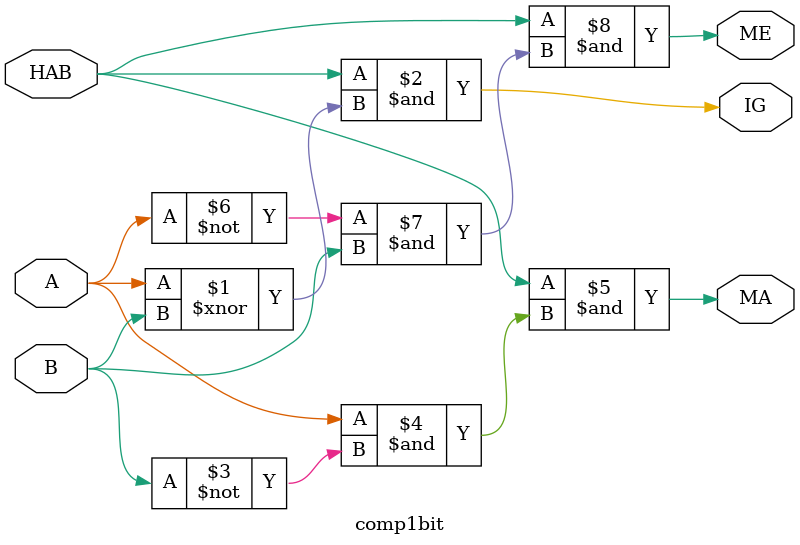
<source format=v>
/* comparador de 1bit com habilita */
module comp1bit(A,B,HAB,IG,MA,ME);
//entradas e saidas respectivas
input A,B,HAB;
output IG,MA,ME;
//funcoes de saidas para cada variavel de saida
assign IG = HAB & (A ~^ B);
assign MA = HAB & (A & (~B));
assign ME = HAB & ((~A) & B);

endmodule

</source>
